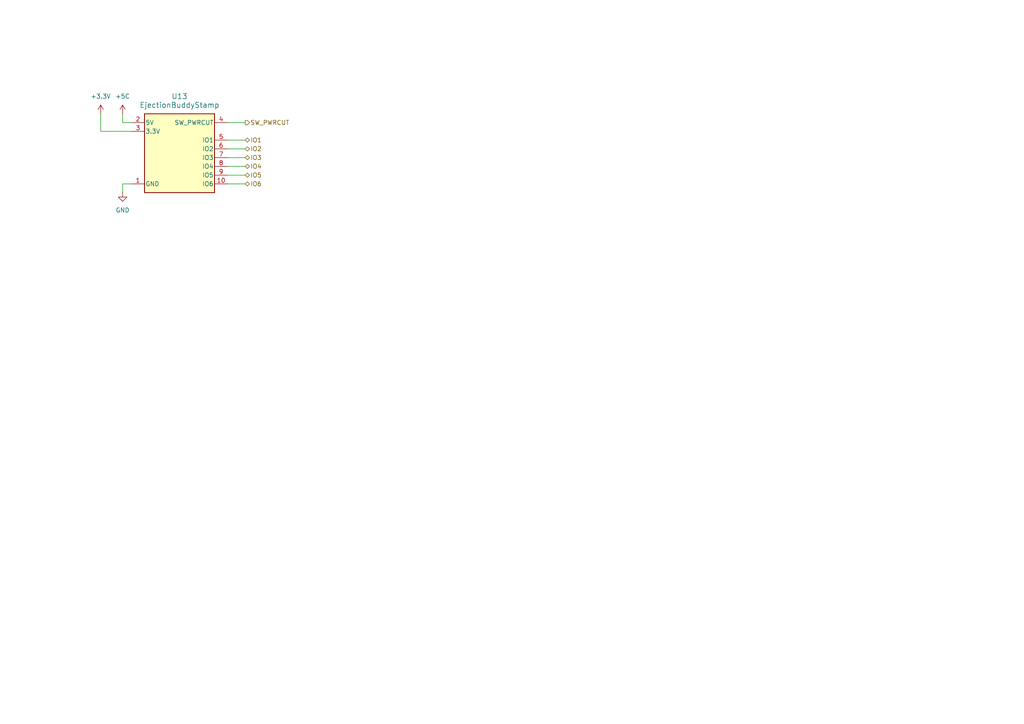
<source format=kicad_sch>
(kicad_sch (version 20250114) (generator "eeschema") (generator_version "9.0")
  (paper "A4")
  (lib_symbols
    (symbol "CustomPads:EjectionBuddyStamp" (pin_names (offset 0.254))
      (property "Reference" "U" (at 0 16.51 0))
      (property "Value" "EjectionBuddyStamp" (at 0 13.97 0))
      (symbol "EjectionBuddyStamp_1_1"
        (rectangle (start -10.16 11.43) (end 10.16 -11.43) (stroke (width 0.254)) (fill (type background)))
        (pin passive line (at -13.97 8.89 0) (length 3.81) (name "5V") (number "2"))
        (pin passive line (at -13.97 6.35 0) (length 3.81) (name "3.3V") (number "3"))
        (pin passive line (at -13.97 -8.89 0) (length 3.81) (name "GND") (number "1"))
        (pin passive line (at 13.97 8.89 180) (length 3.81) (name "SW_PWRCUT") (number "4"))
        (pin passive line (at 13.97 3.81 180) (length 3.81) (name "IO1") (number "5"))
        (pin passive line (at 13.97 1.27 180) (length 3.81) (name "IO2") (number "6"))
        (pin passive line (at 13.97 -1.27 180) (length 3.81) (name "IO3") (number "7"))
        (pin passive line (at 13.97 -3.81 180) (length 3.81) (name "IO4") (number "8"))
        (pin passive line (at 13.97 -6.35 180) (length 3.81) (name "IO5") (number "9"))
        (pin passive line (at 13.97 -8.89 180) (length 3.81) (name "IO6") (number "10"))
      )
    )
    (symbol "power:+3.3V" (power) (pin_numbers (hide yes)) (pin_names (offset 0) (hide yes))
      (property "Value" "+3.3V" (at 0 3.556 0))
      (symbol "+3.3V_0_1"
        (polyline (pts (xy -0.762 1.27) (xy 0 2.54)))
        (polyline (pts (xy 0 2.54) (xy 0.762 1.27)))
        (polyline (pts (xy 0 0) (xy 0 2.54)))
      )
      (symbol "+3.3V_1_1"
        (pin power_in line (at 0 0 90) (length 0) (name "~") (number "1"))
      )
    )
    (symbol "power:+5C" (power) (pin_numbers (hide yes)) (pin_names (offset 0) (hide yes))
      (property "Value" "+5C" (at 0 3.556 0))
      (symbol "+5C_0_1"
        (polyline (pts (xy -0.762 1.27) (xy 0 2.54)))
        (polyline (pts (xy 0 2.54) (xy 0.762 1.27)))
        (polyline (pts (xy 0 0) (xy 0 2.54)))
      )
      (symbol "+5C_1_1"
        (pin power_in line (at 0 0 90) (length 0) (name "~") (number "1"))
      )
    )
    (symbol "power:GND" (power) (pin_numbers (hide yes)) (pin_names (offset 0) (hide yes))
      (property "Value" "GND" (at 0 -3.81 0))
      (symbol "GND_0_1"
        (polyline (pts (xy 0 0) (xy 0 -1.27) (xy 1.27 -1.27) (xy 0 -2.54) (xy -1.27 -1.27) (xy 0 -1.27)))
      )
      (symbol "GND_1_1"
        (pin power_in line (at 0 0 270) (length 0) (name "~") (number "1"))
      )
    )
  )
  (wire (pts (xy 35.56 53.34) (xy 38.1 53.34)))
  (wire (pts (xy 66.04 35.56) (xy 71.12 35.56)))
  (wire (pts (xy 66.04 43.18) (xy 71.12 43.18)))
  (wire (pts (xy 66.04 50.8) (xy 71.12 50.8)))
  (wire (pts (xy 29.21 33.02) (xy 29.21 38.1)))
  (wire (pts (xy 35.56 55.88) (xy 35.56 53.34)))
  (wire (pts (xy 35.56 33.02) (xy 35.56 35.56)))
  (wire (pts (xy 35.56 35.56) (xy 38.1 35.56)))
  (wire (pts (xy 66.04 45.72) (xy 71.12 45.72)))
  (wire (pts (xy 66.04 53.34) (xy 71.12 53.34)))
  (wire (pts (xy 66.04 40.64) (xy 71.12 40.64)))
  (wire (pts (xy 66.04 48.26) (xy 71.12 48.26)))
  (wire (pts (xy 29.21 38.1) (xy 38.1 38.1)))
  (hierarchical_label "IO6" (shape bidirectional) (at 71.12 53.34 0))
  (hierarchical_label "IO3" (shape bidirectional) (at 71.12 45.72 0))
  (hierarchical_label "IO2" (shape bidirectional) (at 71.12 43.18 0))
  (hierarchical_label "SW_PWRCUT" (shape output) (at 71.12 35.56 0))
  (hierarchical_label "IO1" (shape bidirectional) (at 71.12 40.64 0))
  (hierarchical_label "IO4" (shape bidirectional) (at 71.12 48.26 0))
  (hierarchical_label "IO5" (shape bidirectional) (at 71.12 50.8 0))
  (symbol (lib_id "power:+5C") (at 35.56 33.02 0) (unit 1)
    (property "Reference" "#PWR0147" (effects (hide yes)))
    (property "Value" "+5C" (at 35.56 27.94 0))
    (property "Description" "Power symbol creates a global label with name \"+5C\"" (effects (hide yes)))
  )
  (symbol (lib_id "CustomPads:EjectionBuddyStamp") (at 52.07 44.45 0) (unit 1)
    (property "Reference" "U13" (at 52.07 27.94 0) (effects (font (size 1.524 1.524))))
    (property "Value" "EjectionBuddyStamp" (at 52.07 30.48 0) (effects (font (size 1.524 1.524))))
    (property "Footprint" "CustomPads:EjectionBuddyStamp" (effects (hide yes)))
  )
  (symbol (lib_id "power:+3.3V") (at 29.21 33.02 0) (unit 1)
    (property "Reference" "#PWR0146" (effects (hide yes)))
    (property "Value" "+3.3V" (at 29.21 27.94 0))
    (property "Description" "Power symbol creates a global label with name \"+3.3V\"" (effects (hide yes)))
  )
  (symbol (lib_id "power:GND") (at 35.56 55.88 0) (unit 1)
    (property "Reference" "#PWR0148" (effects (hide yes)))
    (property "Value" "GND" (at 35.56 60.96 0))
    (property "Description" "Power symbol creates a global label with name \"GND\" , ground" (effects (hide yes)))
  )
)
</source>
